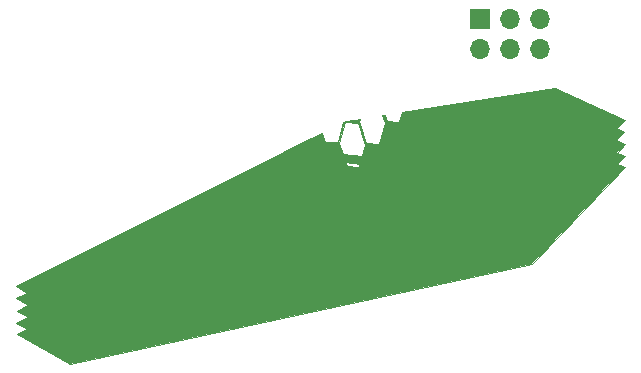
<source format=gbr>
G04 #@! TF.GenerationSoftware,KiCad,Pcbnew,(6.99.0-2452-gdb4f2d9dd8)*
G04 #@! TF.CreationDate,2022-07-21T07:10:37-08:00*
G04 #@! TF.ProjectId,jwtelescope,6a777465-6c65-4736-936f-70652e6b6963,rev?*
G04 #@! TF.SameCoordinates,Original*
G04 #@! TF.FileFunction,Copper,L1,Top*
G04 #@! TF.FilePolarity,Positive*
%FSLAX46Y46*%
G04 Gerber Fmt 4.6, Leading zero omitted, Abs format (unit mm)*
G04 Created by KiCad (PCBNEW (6.99.0-2452-gdb4f2d9dd8)) date 2022-07-21 07:10:37*
%MOMM*%
%LPD*%
G01*
G04 APERTURE LIST*
G04 #@! TA.AperFunction,NonConductor*
%ADD10C,0.050000*%
G04 #@! TD*
G04 #@! TA.AperFunction,ComponentPad*
%ADD11R,1.700000X1.700000*%
G04 #@! TD*
G04 #@! TA.AperFunction,ComponentPad*
%ADD12O,1.700000X1.700000*%
G04 #@! TD*
G04 APERTURE END LIST*
D10*
G36*
X85999203Y-53403682D02*
G01*
X87057408Y-53460655D01*
X87533604Y-51766441D01*
X87806973Y-51629238D01*
X88239506Y-51561802D01*
X88749554Y-51589191D01*
X88780945Y-51477310D01*
X88915432Y-51456386D01*
X88858460Y-51671875D01*
X89473023Y-53549411D01*
X90531223Y-53606258D01*
X91020600Y-51865276D01*
X90801750Y-51162349D01*
X91011685Y-51129661D01*
X91187512Y-51666839D01*
X92245713Y-51723686D01*
X92476837Y-50901255D01*
X105418167Y-48883935D01*
X111347016Y-51570846D01*
X110658554Y-52286049D01*
X111299080Y-52576339D01*
X110622116Y-53279659D01*
X111394814Y-53629768D01*
X110706482Y-54344970D01*
X111347008Y-54635261D01*
X110719658Y-55287033D01*
X111394806Y-55592956D01*
X103495033Y-63800594D01*
X64360473Y-72225017D01*
X59865658Y-69694938D01*
X60739764Y-69256332D01*
X59817728Y-68737373D01*
X60787565Y-68250709D01*
X59865658Y-67731876D01*
X60804489Y-67260845D01*
X59769927Y-66678451D01*
X60739636Y-66191917D01*
X59817728Y-65672958D01*
X80786730Y-55151641D01*
X87649872Y-55151641D01*
X87795597Y-55454208D01*
X88826542Y-55543869D01*
X88904961Y-55297371D01*
X87649872Y-55151641D01*
X80786730Y-55151641D01*
X83958082Y-53560398D01*
X87168114Y-53560398D01*
X87470680Y-54434501D01*
X89095516Y-54636169D01*
X89353253Y-53739711D01*
X88725643Y-51812309D01*
X87649872Y-51778591D01*
X87168114Y-53560398D01*
X83958082Y-53560398D01*
X85755291Y-52658638D01*
X85999203Y-53403682D01*
G37*
X85999203Y-53403682D02*
X87057408Y-53460655D01*
X87533604Y-51766441D01*
X87806973Y-51629238D01*
X88239506Y-51561802D01*
X88749554Y-51589191D01*
X88780945Y-51477310D01*
X88915432Y-51456386D01*
X88858460Y-51671875D01*
X89473023Y-53549411D01*
X90531223Y-53606258D01*
X91020600Y-51865276D01*
X90801750Y-51162349D01*
X91011685Y-51129661D01*
X91187512Y-51666839D01*
X92245713Y-51723686D01*
X92476837Y-50901255D01*
X105418167Y-48883935D01*
X111347016Y-51570846D01*
X110658554Y-52286049D01*
X111299080Y-52576339D01*
X110622116Y-53279659D01*
X111394814Y-53629768D01*
X110706482Y-54344970D01*
X111347008Y-54635261D01*
X110719658Y-55287033D01*
X111394806Y-55592956D01*
X103495033Y-63800594D01*
X64360473Y-72225017D01*
X59865658Y-69694938D01*
X60739764Y-69256332D01*
X59817728Y-68737373D01*
X60787565Y-68250709D01*
X59865658Y-67731876D01*
X60804489Y-67260845D01*
X59769927Y-66678451D01*
X60739636Y-66191917D01*
X59817728Y-65672958D01*
X80786730Y-55151641D01*
X87649872Y-55151641D01*
X87795597Y-55454208D01*
X88826542Y-55543869D01*
X88904961Y-55297371D01*
X87649872Y-55151641D01*
X80786730Y-55151641D01*
X83958082Y-53560398D01*
X87168114Y-53560398D01*
X87470680Y-54434501D01*
X89095516Y-54636169D01*
X89353253Y-53739711D01*
X88725643Y-51812309D01*
X87649872Y-51778591D01*
X87168114Y-53560398D01*
X83958082Y-53560398D01*
X85755291Y-52658638D01*
X85999203Y-53403682D01*
D11*
X99059999Y-43029999D03*
D12*
X99059999Y-45569999D03*
X101599999Y-43029999D03*
X101599999Y-45569999D03*
X104139999Y-43029999D03*
X104139999Y-45569999D03*
M02*

</source>
